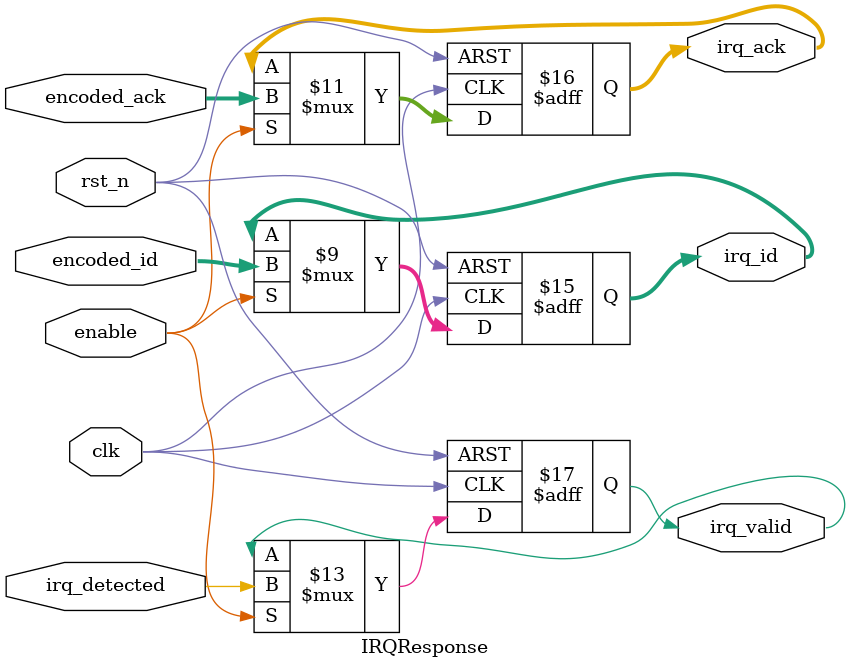
<source format=sv>
module PriorityITRC #(parameter WIDTH=8) (
    input wire clk, rst_n, enable,
    input wire [WIDTH-1:0] irq_in,
    output reg [WIDTH-1:0] irq_ack,
    output reg [$clog2(WIDTH)-1:0] irq_id,
    output reg irq_valid
);

    wire irq_detected;
    wire [$clog2(WIDTH)-1:0] encoded_id;
    wire [WIDTH-1:0] encoded_ack;

    IRQDetector #(.WIDTH(WIDTH)) detector (
        .irq_in(irq_in),
        .irq_detected(irq_detected)
    );

    PriorityEncoder #(.WIDTH(WIDTH)) encoder (
        .irq_in(irq_in),
        .encoded_id(encoded_id),
        .encoded_ack(encoded_ack)
    );

    IRQResponse #(.WIDTH(WIDTH)) response (
        .clk(clk),
        .rst_n(rst_n),
        .enable(enable),
        .irq_detected(irq_detected),
        .encoded_id(encoded_id),
        .encoded_ack(encoded_ack),
        .irq_ack(irq_ack),
        .irq_id(irq_id),
        .irq_valid(irq_valid)
    );

endmodule

module IRQDetector #(parameter WIDTH=8) (
    input wire [WIDTH-1:0] irq_in,
    output wire irq_detected
);
    assign irq_detected = |irq_in;
endmodule

module PriorityEncoder #(parameter WIDTH=8) (
    input wire [WIDTH-1:0] irq_in,
    output reg [$clog2(WIDTH)-1:0] encoded_id,
    output reg [WIDTH-1:0] encoded_ack
);
    
    reg [WIDTH-1:0] priority_mask;
    reg [$clog2(WIDTH)-1:0] temp_id;
    
    always @(*) begin
        priority_mask = irq_in & (~irq_in + 1);
        temp_id = 0;
        for (int i = 0; i < WIDTH; i++) begin
            if (priority_mask[i]) begin
                temp_id = i;
            end
        end
    end
    
    always @(*) begin
        encoded_id = temp_id;
        encoded_ack = priority_mask;
    end
endmodule

module IRQResponse #(parameter WIDTH=8) (
    input wire clk, rst_n, enable,
    input wire irq_detected,
    input wire [$clog2(WIDTH)-1:0] encoded_id,
    input wire [WIDTH-1:0] encoded_ack,
    output reg [WIDTH-1:0] irq_ack,
    output reg [$clog2(WIDTH)-1:0] irq_id,
    output reg irq_valid
);
    
    always @(posedge clk or negedge rst_n) begin
        if (!rst_n) begin
            irq_valid <= 0;
        end else if (enable) begin
            irq_valid <= irq_detected;
        end
    end
    
    always @(posedge clk or negedge rst_n) begin
        if (!rst_n) begin
            irq_ack <= 0;
        end else if (enable) begin
            irq_ack <= encoded_ack;
        end
    end
    
    always @(posedge clk or negedge rst_n) begin
        if (!rst_n) begin
            irq_id <= 0;
        end else if (enable) begin
            irq_id <= encoded_id;
        end
    end
endmodule
</source>
